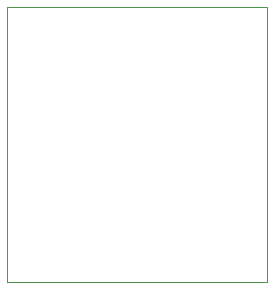
<source format=gbr>
%TF.GenerationSoftware,KiCad,Pcbnew,9.0.2*%
%TF.CreationDate,2025-10-01T10:40:14+03:00*%
%TF.ProjectId,555_flip_flop,3535355f-666c-4697-905f-666c6f702e6b,rev?*%
%TF.SameCoordinates,Original*%
%TF.FileFunction,Profile,NP*%
%FSLAX46Y46*%
G04 Gerber Fmt 4.6, Leading zero omitted, Abs format (unit mm)*
G04 Created by KiCad (PCBNEW 9.0.2) date 2025-10-01 10:40:14*
%MOMM*%
%LPD*%
G01*
G04 APERTURE LIST*
%TA.AperFunction,Profile*%
%ADD10C,0.050000*%
%TD*%
G04 APERTURE END LIST*
D10*
X44750000Y-23750000D02*
X66750000Y-23750000D01*
X66750000Y-47000000D01*
X44750000Y-47000000D01*
X44750000Y-23750000D01*
M02*

</source>
